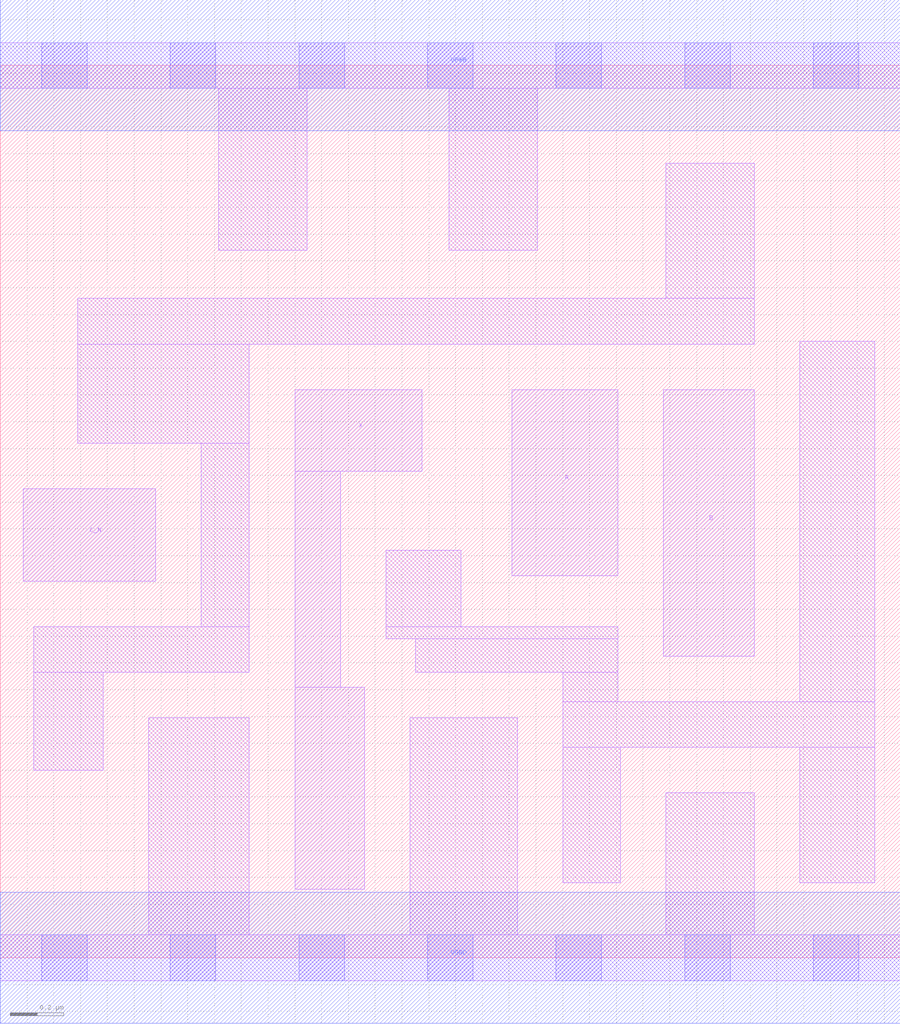
<source format=lef>
# Copyright 2020 The SkyWater PDK Authors
#
# Licensed under the Apache License, Version 2.0 (the "License");
# you may not use this file except in compliance with the License.
# You may obtain a copy of the License at
#
#     https://www.apache.org/licenses/LICENSE-2.0
#
# Unless required by applicable law or agreed to in writing, software
# distributed under the License is distributed on an "AS IS" BASIS,
# WITHOUT WARRANTIES OR CONDITIONS OF ANY KIND, either express or implied.
# See the License for the specific language governing permissions and
# limitations under the License.
#
# SPDX-License-Identifier: Apache-2.0

VERSION 5.7 ;
  NAMESCASESENSITIVE ON ;
  NOWIREEXTENSIONATPIN ON ;
  DIVIDERCHAR "/" ;
  BUSBITCHARS "[]" ;
UNITS
  DATABASE MICRONS 200 ;
END UNITS
MACRO sky130_fd_sc_lp__or3b_2
  CLASS CORE ;
  FOREIGN sky130_fd_sc_lp__or3b_2 ;
  ORIGIN  0.000000  0.000000 ;
  SIZE  3.360000 BY  3.330000 ;
  SYMMETRY X Y R90 ;
  SITE unit ;
  PIN A
    ANTENNAGATEAREA  0.126000 ;
    DIRECTION INPUT ;
    USE SIGNAL ;
    PORT
      LAYER li1 ;
        RECT 1.910000 1.425000 2.305000 2.120000 ;
    END
  END A
  PIN B
    ANTENNAGATEAREA  0.126000 ;
    DIRECTION INPUT ;
    USE SIGNAL ;
    PORT
      LAYER li1 ;
        RECT 2.475000 1.125000 2.815000 2.120000 ;
    END
  END B
  PIN C_N
    ANTENNAGATEAREA  0.126000 ;
    DIRECTION INPUT ;
    USE SIGNAL ;
    PORT
      LAYER li1 ;
        RECT 0.085000 1.405000 0.580000 1.750000 ;
    END
  END C_N
  PIN X
    ANTENNADIFFAREA  0.588000 ;
    DIRECTION OUTPUT ;
    USE SIGNAL ;
    PORT
      LAYER li1 ;
        RECT 1.100000 0.255000 1.360000 1.010000 ;
        RECT 1.100000 1.010000 1.270000 1.815000 ;
        RECT 1.100000 1.815000 1.575000 2.120000 ;
    END
  END X
  PIN VGND
    DIRECTION INOUT ;
    USE GROUND ;
    PORT
      LAYER met1 ;
        RECT 0.000000 -0.245000 3.360000 0.245000 ;
    END
  END VGND
  PIN VPWR
    DIRECTION INOUT ;
    USE POWER ;
    PORT
      LAYER met1 ;
        RECT 0.000000 3.085000 3.360000 3.575000 ;
    END
  END VPWR
  OBS
    LAYER li1 ;
      RECT 0.000000 -0.085000 3.360000 0.085000 ;
      RECT 0.000000  3.245000 3.360000 3.415000 ;
      RECT 0.125000  0.700000 0.385000 1.065000 ;
      RECT 0.125000  1.065000 0.930000 1.235000 ;
      RECT 0.290000  1.920000 0.930000 2.290000 ;
      RECT 0.290000  2.290000 2.815000 2.460000 ;
      RECT 0.555000  0.085000 0.930000 0.895000 ;
      RECT 0.750000  1.235000 0.930000 1.920000 ;
      RECT 0.815000  2.640000 1.145000 3.245000 ;
      RECT 1.440000  1.190000 2.305000 1.235000 ;
      RECT 1.440000  1.235000 1.720000 1.520000 ;
      RECT 1.530000  0.085000 1.930000 0.895000 ;
      RECT 1.550000  1.065000 2.305000 1.190000 ;
      RECT 1.675000  2.640000 2.005000 3.245000 ;
      RECT 2.100000  0.280000 2.315000 0.785000 ;
      RECT 2.100000  0.785000 3.265000 0.955000 ;
      RECT 2.100000  0.955000 2.305000 1.065000 ;
      RECT 2.485000  0.085000 2.815000 0.615000 ;
      RECT 2.485000  2.460000 2.815000 2.965000 ;
      RECT 2.985000  0.280000 3.265000 0.785000 ;
      RECT 2.985000  0.955000 3.265000 2.300000 ;
    LAYER mcon ;
      RECT 0.155000 -0.085000 0.325000 0.085000 ;
      RECT 0.155000  3.245000 0.325000 3.415000 ;
      RECT 0.635000 -0.085000 0.805000 0.085000 ;
      RECT 0.635000  3.245000 0.805000 3.415000 ;
      RECT 1.115000 -0.085000 1.285000 0.085000 ;
      RECT 1.115000  3.245000 1.285000 3.415000 ;
      RECT 1.595000 -0.085000 1.765000 0.085000 ;
      RECT 1.595000  3.245000 1.765000 3.415000 ;
      RECT 2.075000 -0.085000 2.245000 0.085000 ;
      RECT 2.075000  3.245000 2.245000 3.415000 ;
      RECT 2.555000 -0.085000 2.725000 0.085000 ;
      RECT 2.555000  3.245000 2.725000 3.415000 ;
      RECT 3.035000 -0.085000 3.205000 0.085000 ;
      RECT 3.035000  3.245000 3.205000 3.415000 ;
  END
END sky130_fd_sc_lp__or3b_2
END LIBRARY

</source>
